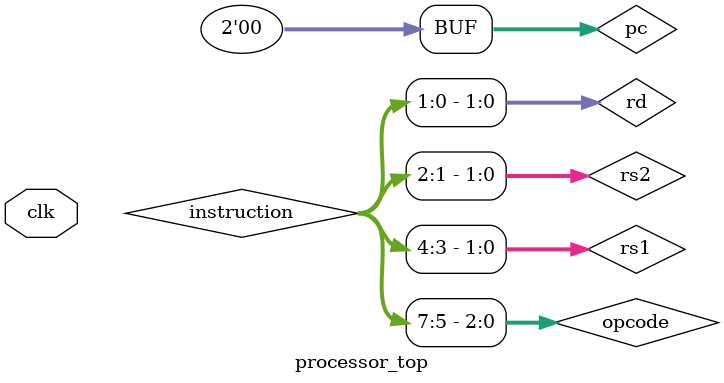
<source format=v>
module processor_top(input clk);

wire [1:0] pc = 2'b00;
wire [7:0] instruction;

wire [2:0] opcode = instruction[7:5];
wire [1:0] rs1 = instruction[4:3];
wire [1:0] rs2 = instruction[2:1];
wire [1:0] rd  = instruction[1:0];

wire [2:0] ALU_Sel;
wire RegWrite;
wire [3:0] read1, read2, alu_result;

program_memory pm(pc, instruction);
control_unit cu(opcode, ALU_Sel, RegWrite);
register_file rf(clk, RegWrite, rs1, rs2, rd, alu_result, read1, read2);
alu alu1(read1, read2, ALU_Sel, alu_result);

endmodule

</source>
